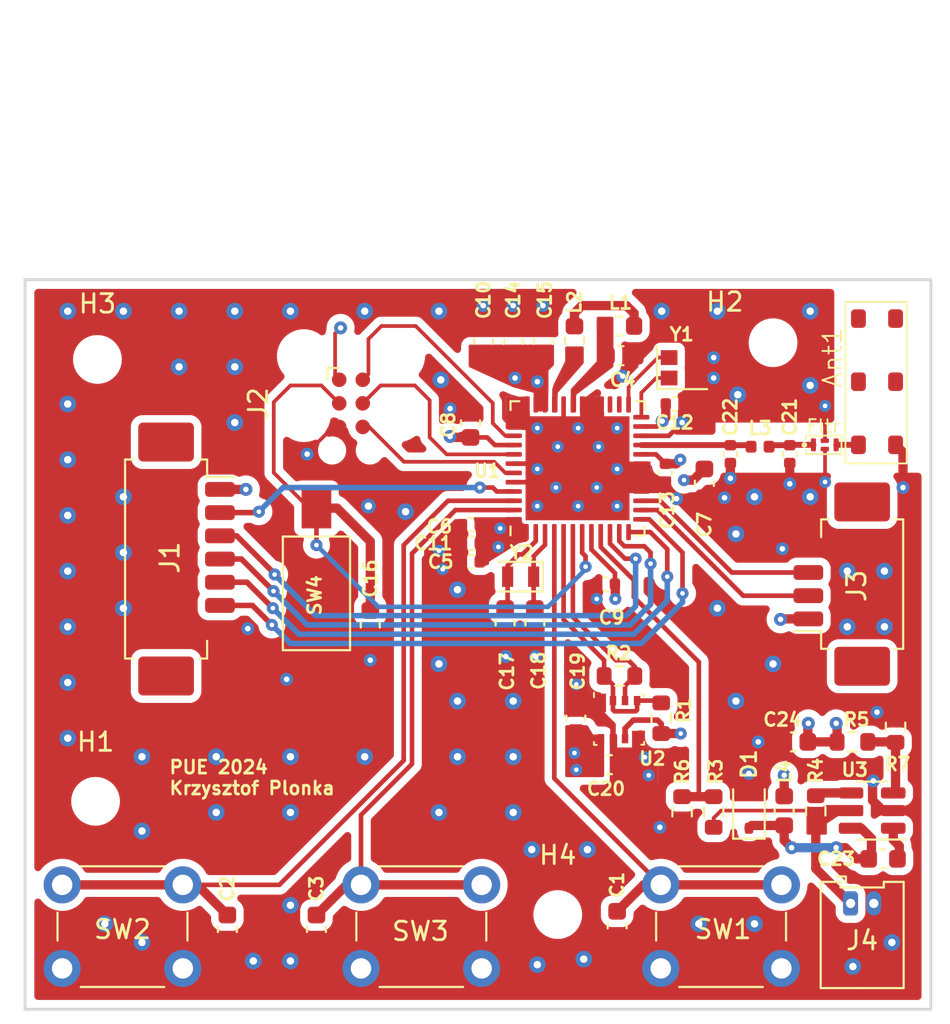
<source format=kicad_pcb>
(kicad_pcb (version 20221018) (generator pcbnew)
  (layers (0 "F.Cu" signal) (1 "In1.Cu" signal) (2 "In2.Cu" signal) (31 "B.Cu" signal) (34 "B.Paste" user) (35 "F.Paste" user) (36 "B.SilkS" user "B.Silkscreen") (37 "F.SilkS" user "F.Silkscreen") (38 "B.Mask" user) (39 "F.Mask" user) (44 "Edge.Cuts" user))
  (net 0 "")
  (net 1 "Net-(Ant1-Feed)")
  (net 2 "GND")
  (net 3 "/SW1")
  (net 4 "/SW2")
  (net 5 "/SW3")
  (net 6 "/VFBSMPS")
  (net 7 "+3V3")
  (net 8 "/SWD_RESET")
  (net 9 "Net-(U1-PC14)")
  (net 10 "Net-(U1-PC15)")
  (net 11 "Net-(Filter1-IN)")
  (net 12 "/RF1")
  (net 13 "Net-(U3-BST)")
  (net 14 "Net-(D1-K)")
  (net 15 "/OLED_DIN")
  (net 16 "/OLED_CLK")
  (net 17 "/OLED_CS")
  (net 18 "/OLED_D{slash}C")
  (net 19 "/OLED_RST")
  (net 20 "/SWDIO")
  (net 21 "/SWCLK")
  (net 22 "/SWO")
  (net 23 "/LAS_INA")
  (net 24 "/LAS_INB")
  (net 25 "/V_bat+")
  (net 26 "Net-(L1-Pad2)")
  (net 27 "/VLXSMPS")
  (net 28 "/BME_SCL")
  (net 29 "/BME_SDA")
  (net 30 "/bat_lvl")
  (net 31 "Net-(U3-EN)")
  (net 32 "Net-(U3-FB)")
  (net 33 "Net-(U1-OSC_OUT)")
  (net 34 "Net-(U1-OSC_IN)")
  (footprint "Capacitor_SMD:C_0603_1608Metric" (layer "F.Cu") (at 140.7 91.025 90)
    (fp_text reference "C8")
    (fp_text value "100n")
  )
  (footprint "Capacitor_SMD:C_0603_1608Metric" (layer "F.Cu") (at 148.8 87.4)
    (fp_text reference "C4")
    (fp_text value "4.7u")
  )
  (footprint "Resistor_SMD:R_0603_1608Metric" (layer "F.Cu") (at 163.6 107.4 90)
    (fp_text reference "R7")
    (fp_text value "3.16k")
  )
  (footprint "Inductor_SMD:L_0603_1608Metric" (layer "F.Cu") (at 148.725 85.8)
    (fp_text reference "L1")
    (fp_text value "10u")
  )
  (footprint "Capacitor_SMD:C_0603_1608Metric" (layer "F.Cu") (at 144.615 86.625 90)
    (fp_text reference "C15")
    (fp_text value "4.7u")
  )
  (footprint "Capacitor_SMD:C_0402_1005Metric" (layer "F.Cu") (at 151.2 93.7 -90)
    (fp_text reference "C13")
    (fp_text value "100n")
  )
  (footprint "Capacitor_SMD:C_0603_1608Metric" (layer "F.Cu") (at 158.1 108.2 180)
    (fp_text reference "C24")
    (fp_text value "10u")
  )
  (footprint "Capacitor_SMD:C_0402_1005Metric" (layer "F.Cu") (at 140.715 98.5 180)
    (fp_text reference "C5")
    (fp_text value "4.7u")
  )
  (footprint "Capacitor_SMD:C_0402_1005Metric" (layer "F.Cu") (at 140.72 96.5 180)
    (fp_text reference "C6")
    (fp_text value "100n")
  )
  (footprint "Resistor_SMD:R_0603_1608Metric" (layer "F.Cu") (at 150.975 106.925 -90)
    (fp_text reference "R1")
    (fp_text value "4k7")
  )
  (footprint "Capacitor_SMD:C_0603_1608Metric" (layer "F.Cu") (at 142.565 101.7875 90)
    (fp_text reference "C17")
    (fp_text value "10p")
  )
  (footprint "Resistor_SMD:R_0603_1608Metric" (layer "F.Cu") (at 152.1 111.975 -90)
    (fp_text reference "R6")
    (fp_text value "2.8Meg")
  )
  (footprint "my_footprints:M830520" (layer "F.Cu") (at 162.6 88.8 90)
    (fp_text reference "Ant1")
    (fp_text value "M830520")
  )
  (footprint "Crystal:Crystal_SMD_2016-4Pin_2.0x1.6mm" (layer "F.Cu") (at 152.1 88.05)
    (fp_text reference "Y1")
    (fp_text value "32MHz")
  )
  (footprint "Resistor_SMD:R_0603_1608Metric" (layer "F.Cu") (at 148.725 104.65)
    (fp_text reference "R2")
    (fp_text value "4k7")
  )
  (footprint "Capacitor_SMD:C_0402_1005Metric" (layer "F.Cu") (at 151.7 90)
    (fp_text reference "C12")
    (fp_text value "100pF")
  )
  (footprint "Resistor_SMD:R_0603_1608Metric" (layer "F.Cu") (at 153.8 111.975 90)
    (fp_text reference "R3")
    (fp_text value "1Meg")
  )
  (footprint "Connector:Tag-Connect_TC2030-IDC-FP_2x03_P1.27mm_Vertical" (layer "F.Cu") (at 134.26 89.965 -90)
    (fp_text reference "J2")
    (fp_text value "Conn_ARM_SWD_TagConnect_TC2030")
  )
  (footprint "Resistor_SMD:R_0603_1608Metric" (layer "F.Cu") (at 161.275 108.2)
    (fp_text reference "R5")
    (fp_text value "10k")
  )
  (footprint "Button_Switch_SMD:SW_SPST_FSMSM" (layer "F.Cu") (at 132.4 100.2 90)
    (fp_text reference "SW4")
    (fp_text value "SW_Push")
  )
  (footprint "Button_Switch_THT:SW_PUSH_6mm" (layer "F.Cu") (at 157.45 120.4 180)
    (fp_text reference "SW1")
    (fp_text value "SW_Push")
  )
  (footprint "Capacitor_SMD:C_0603_1608Metric" (layer "F.Cu") (at 148.175 109.425)
    (fp_text reference "C20")
    (fp_text value "100n")
  )
  (footprint "Connector_Molex:Molex_PicoBlade_53261-0471_1x04-1MP_P1.25mm_Horizontal" (layer "F.Cu") (at 161.3 99.7 90)
    (fp_text reference "J3")
    (fp_text value "Conn_01x04")
  )
  (footprint "MountingHole:MountingHole_2.1mm" (layer "F.Cu") (at 145.4 117.5)
    (fp_text reference "H4")
    (fp_text value "MountingHole")
  )
  (footprint "Capacitor_SMD:C_0603_1608Metric" (layer "F.Cu") (at 143 86.625 90)
    (fp_text reference "C14")
    (fp_text value "100n")
  )
  (footprint "Package_TO_SOT_SMD:SOT-23-6" (layer "F.Cu") (at 162.3375 111.9 180)
    (fp_text reference "U3")
    (fp_text value "AOZ1280CI")
  )
  (footprint "Capacitor_SMD:C_0603_1608Metric" (layer "F.Cu") (at 146.375 106.925 90)
    (fp_text reference "C19")
    (fp_text value "100n")
  )
  (footprint "Inductor_SMD:L_0402_1005Metric" (layer "F.Cu") (at 156.3 92.3 180)
    (fp_text reference "L3")
    (fp_text value "2.7nH")
  )
  (footprint "Capacitor_SMD:C_0603_1608Metric" (layer "F.Cu") (at 153.3 94.275 -90)
    (fp_text reference "C7")
    (fp_text value "100n")
  )
  (footprint "Capacitor_SMD:C_0603_1608Metric" (layer "F.Cu") (at 148.6 118.1 90)
    (fp_text reference "C1")
    (fp_text value "0.1uF")
  )
  (footprint "Capacitor_SMD:C_0603_1608Metric" (layer "F.Cu") (at 127.6 118.3 90)
    (fp_text reference "C2")
    (fp_text value "0.1uF")
  )
  (footprint "Button_Switch_THT:SW_PUSH_6mm" (layer "F.Cu") (at 141.3 120.4 180)
    (fp_text reference "SW3")
    (fp_text value "SW_Push")
  )
  (footprint "Inductor_SMD:L_0603_1608Metric" (layer "F.Cu") (at 157.6 111.9125 90)
    (fp_text reference "L4")
    (fp_text value "2.2u")
  )
  (footprint "MountingHole:MountingHole_2.1mm" (layer "F.Cu") (at 157 86.7)
    (fp_text reference "H2")
    (fp_text value "MountingHole")
  )
  (footprint "Connector_Molex:Molex_PicoBlade_53048-0210_1x02_P1.25mm_Horizontal" (layer "F.Cu") (at 161.175 116.9)
    (fp_text reference "J4")
    (fp_text value "Conn_01x02")
  )
  (footprint "my_footprints:DLF162500LT-5028A1" (layer "F.Cu") (at 159.7875 92.2)
    (fp_text reference "Fltr")
    (fp_text value "DLF162500LT-5028A1" hide)
  )
  (footprint "MountingHole:MountingHole_2.1mm" (layer "F.Cu") (at 120.5 111.4)
    (fp_text reference "H1")
    (fp_text value "MountingHole")
  )
  (footprint "Crystal:Crystal_SMD_2012-2Pin_2.0x1.2mm" (layer "F.Cu") (at 143.4 99.3 180)
    (fp_text reference "Y2")
    (fp_text value "32768Hz")
  )
  (footprint "MountingHole:MountingHole_2.1mm" (layer "F.Cu") (at 120.6 87.6)
    (fp_text reference "H3")
    (fp_text value "MountingHole")
  )
  (footprint "Button_Switch_THT:SW_PUSH_6mm" (layer "F.Cu") (at 125.2 120.4 180)
    (fp_text reference "SW2")
    (fp_text value "SW_Push")
  )
  (footprint "Resistor_SMD:R_0603_1608Metric" (layer "F.Cu") (at 159.3 111.925 -90)
    (fp_text reference "R4")
    (fp_text value "10k")
  )
  (footprint "Capacitor_SMD:C_0402_1005Metric" (layer "F.Cu") (at 148 99.7 180)
    (fp_text reference "C9")
    (fp_text value "100n")
  )
  (footprint "Package_DFN_QFN:QFN-48-1EP_7x7mm_P0.5mm_EP5.6x5.6mm" (layer "F.Cu") (at 146.465 93.4625 90)
    (fp_text reference "U1")
    (fp_text value "STM32WB35CCUxA" hide)
  )
  (footprint "Capacitor_SMD:C_0402_1005Metric" (layer "F.Cu") (at 140.72 97.5 180)
    (fp_text reference "C11")
    (fp_text value "100n")
  )
  (footprint "Capacitor_SMD:C_0603_1608Metric" (layer "F.Cu") (at 144.165 101.7875 90)
    (fp_text reference "C18")
    (fp_text value "10p")
  )
  (footprint "Diode_SMD:D_SOD-323" (layer "F.Cu") (at 155.7 111.8 90)
    (fp_text reference "D1")
    (fp_text value "D_Schottky")
  )
  (footprint "Capacitor_SMD:C_0603_1608Metric" (layer "F.Cu") (at 162.925 114.5 180)
    (fp_text reference "C23")
    (fp_text value "10n")
  )
  (footprint "Capacitor_SMD:C_0603_1608Metric" (layer "F.Cu") (at 135.3 101.9 90)
    (fp_text reference "C16")
    (fp_text value "0.1uF")
  )
  (footprint "Connector_Molex:Molex_PicoBlade_53261-0771_1x07-1MP_P1.25mm_Horizontal" (layer "F.Cu") (at 124.8 98.35 -90)
    (fp_text reference "J1")
    (fp_text value "Conn_01x07")
  )
  (footprint "Inductor_SMD:L_0603_1608Metric" (layer "F.Cu") (at 146.3 86.6 -90)
    (fp_text reference "L2")
    (fp_text value "10n")
  )
  (footprint "Capacitor_SMD:C_0603_1608Metric" (layer "F.Cu") (at 141.4 86.625 90)
    (fp_text reference "C10")
    (fp_text value "100n")
  )
  (footprint "Package_LGA:Bosch_LGA-8_2.5x2.5mm_P0.65mm_ClockwisePinNumbering" (layer "F.Cu") (at 148.7 107)
    (fp_text reference "U2")
    (fp_text value "BME280")
  )
  (footprint "Capacitor_SMD:C_0402_1005Metric" (layer "F.Cu") (at 154.7 92.7 -90)
    (fp_text reference "C22")
    (fp_text value "0.8pF")
  )
  (footprint "Capacitor_SMD:C_0402_1005Metric" (layer "F.Cu") (at 157.9 92.7 -90)
    (fp_text reference "C21")
    (fp_text value "0.3pF")
  )
  (footprint "Capacitor_SMD:C_0603_1608Metric" (layer "F.Cu") (at 132.4 118.3 90)
    (fp_text reference "C3")
    (fp_text value "0.1uF")
  )
  (gr_rect (start 116.7 83.3) (end 165.5 122.6) (stroke (width 0.15)) (fill none) (layer "Edge.Cuts"))
  (gr_text "PUE 2024\nKrzysztof Plonka" (at 124.4 111.1) (layer "F.SilkS") (effects (font (size 0.7 0.7) (thickness 0.15) bold) (justify left bottom)))
  (segment (start 160.4 92.2) (end 161.6 92.2) (width 0.316) (layer "F.Cu") (net 1))
  (segment (start 152.1 91) (end 151.3875 91.7125) (width 0.25) (layer "F.Cu") (net 2))
  (segment (start 150.125 120.4) (end 148.6 118.875) (width 0.5) (layer "F.Cu") (net 2))
  (segment (start 163.6 92.2) (end 164 92.6) (width 0.5) (layer "F.Cu") (net 2))
  (segment (start 159.8 91.125) (end 159.8 91.125) (width 0.2) (layer "F.Cu") (net 2))
  (segment (start 133.725 120.4) (end 132.4 119.075) (width 0.5) (layer "F.Cu") (net 2))
  (segment (start 144.6 84.7) (end 144.6 85.4) (width 0.5) (layer "F.Cu") (net 2))
  (segment (start 142.565 103.565) (end 142.6 103.6) (width 0.5) (layer "F.Cu") (net 2))
  (segment (start 147.52 100.48) (end 147.5 100.5) (width 0.5) (layer "F.Cu") (net 2))
  (segment (start 148.9 88.5) (end 149.5 87.9) (width 0.5) (layer "F.Cu") (net 2))
  (segment (start 146.215 93.2125) (end 146.465 93.4625) (width 0.25) (layer "F.Cu") (net 2))
  (segment (start 145.715 90.025) (end 145.715 92.7125) (width 0.25) (layer "F.Cu") (net 2))
  (segment (start 157.525 97.825) (end 158.9 97.825) (width 0.5) (layer "F.Cu") (net 2))
  (segment (start 159.7875 90.1125) (end 159.7875 91.1125) (width 0.2) (layer "F.Cu") (net 2))
  (segment (start 131.9 92.639423) (end 133.304423 91.235) (width 0.2) (layer "F.Cu") (net 2))
  (segment (start 133.304423 91.235) (end 133.625 91.235) (width 0.2) (layer "F.Cu") (net 2))
  (segment (start 144.6 85.4) (end 144.615 85.415) (width 0.5) (layer "F.Cu") (net 2))
  (segment (start 147.725 106.625) (end 148.375 107.275) (width 0.3) (layer "F.Cu") (net 2))
  (segment (start 135.3 102.675) (end 135.3 103.8) (width 0.5) (layer "F.Cu") (net 2))
  (segment (start 143 85.4) (end 143.015 85.415) (width 0.5) (layer "F.Cu") (net 2))
  (segment (start 125.2 120.4) (end 126.275 120.4) (width 0.5) (layer "F.Cu") (net 2))
  (segment (start 159.8 94.2) (end 159.8 92.44) (width 0.2) (layer "F.Cu") (net 2))
  (segment (start 152.18 90.92) (end 152.1 91) (width 0.5) (layer "F.Cu") (net 2))
  (segment (start 144.165 102.5625) (end 144.165 103.565) (width 0.5) (layer "F.Cu") (net 2))
  (segment (start 145.715 92.7125) (end 146.465 93.4625) (width 0.25) (layer "F.Cu") (net 2))
  (segment (start 139.6 90.25) (end 140.7 90.25) (width 0.5) (layer "F.Cu") (net 2))
  (segment (start 164 92.6) (end 164 94.5) (width 0.5) (layer "F.Cu") (net 2))
  (segment (start 143 84.7) (end 143 85.4) (width 0.5) (layer "F.Cu") (net 2))
  (segment (start 130.795 104.825) (end 130.86 104.79) (width 0.5) (layer "F.Cu") (net 2))
  (segment (start 156.2 108.2) (end 156.3 108.2) (width 0.5) (layer "F.Cu") (net 2))
  (segment (start 152.18 90) (end 152.18 90.92) (width 0.5) (layer "F.Cu") (net 2))
  (segment (start 162.909816 111.9) (end 163.475 111.9) (width 0.5) (layer "F.Cu") (net 2))
  (segment (start 142.565 102.5625) (end 142.565 103.565) (width 0.5) (layer "F.Cu") (net 2))
  (segment (start 162.6 106.6) (end 162.625 106.575) (width 0.5) (layer "F.Cu") (net 2))
  (segment (start 162.3625 110.3375) (end 162.3625 111.352684) (width 0.5) (layer "F.Cu") (net 2))
  (segment (start 159.8 92.44) (end 159.7875 92.4275) (width 0.2) (layer "F.Cu") (net 2))
  (segment (start 132.335 104.725) (end 132.4 104.79) (width 0.5) (layer "F.Cu") (net 2))
  (segment (start 130.93 104.79) (end 130.795 104.825) (width 0.5) (layer "F.Cu") (net 2))
  (segment (start 144.165 103.565) (end 144.2 103.6) (width 0.5) (layer "F.Cu") (net 2))
  (segment (start 145.715 94.2125) (end 146.465 93.4625) (width 0.25) (layer "F.Cu") (net 2))
  (segment (start 143.0275 93.2125) (end 146.215 93.2125) (width 0.25) (layer "F.Cu") (net 2))
  (segment (start 147.725 105.975) (end 147.725 106.625) (width 0.3) (layer "F.Cu") (net 2))
  (segment (start 153.8 87.5) (end 152.8 87.5) (width 0.5) (layer "F.Cu") (net 2))
  (segment (start 130.86 104.79) (end 132.4 104.79) (width 0.5) (layer "F.Cu") (net 2))
  (segment (start 127.2 102.1) (end 128.7 102.1) (width 0.5) (layer "F.Cu") (net 2))
  (segment (start 157.325 108.2) (end 156.2 108.2) (width 0.5) (layer "F.Cu") (net 2))
  (segment (start 141.385 84.7) (end 141.4 84.715) (width 0.5) (layer "F.Cu") (net 2))
  (segment (start 153.8 88.6) (end 152.85 88.6) (width 0.5) (layer "F.Cu") (net 2))
  (segment (start 162.3625 111.352684) (end 162.909816 111.9) (width 0.5) (layer "F.Cu") (net 2))
  (segment (start 150.9 112.8) (end 152.1 112.8) (width 0.5) (layer "F.Cu") (net 2))
  (segment (start 155.7 110.75) (end 155.7 109.9) (width 0.5) (layer "F.Cu") (net 2))
  (segment (start 134.8 120.4) (end 133.725 120.4) (width 0.5) (layer "F.Cu") (net 2))
  (segment (start 150.95 120.4) (end 150.125 120.4) (width 0.5) (layer "F.Cu") (net 2))
  (segment (start 162.625 106.575) (end 163.6 106.575) (width 0.5) (layer "F.Cu") (net 2))
  (segment (start 131.9 92.7) (end 131.9 92.639423) (width 0.2) (layer "F.Cu") (net 2))
  (segment (start 159.8 90.1) (end 159.7875 90.1125) (width 0.2) (layer "F.Cu") (net 2))
  (segment (start 151.2 94.18) (end 151.2 94.5) (width 0.5) (layer "F.Cu") (net 2))
  (segment (start 126.275 120.4) (end 127.6 119.075) (width 0.5) (layer "F.Cu") (net 2))
  (segment (start 159.8 91.96) (end 159.7875 91.9725) (width 0.2) (layer "F.Cu") (net 2))
  (segment (start 148.375 107.275) (end 148.375 108.025) (width 0.3) (layer "F.Cu") (net 2))
  (segment (start 149.5 87.9) (end 149.5 87.5) (width 0.5) (layer "F.Cu") (net 2))
  (segment (start 157.9 94.3) (end 157.9 93.18) (width 0.5) (layer "F.Cu") (net 2))
  (segment (start 162.4 110.3) (end 162.3625 110.3375) (width 0.5) (layer "F.Cu") (net 2))
  (segment (start 153.3 95.05) (end 154.385 95.05) (width 0.5) (layer "F.Cu") (net 2))
  (segment (start 159.8 90.1) (end 159.8 91.96) (width 0.2) (layer "F.Cu") (net 2))
  (segment (start 130.895 104.79) (end 130.93 104.79) (width 0.5) (layer "F.Cu") (net 2))
  (segment (start 141.4 84.715) (end 141.4 85.85) (width 0.5) (layer "F.Cu") (net 2))
  (segment (start 154.7 93.18) (end 154.7 94) (width 0.5) (layer "F.Cu") (net 2))
  (segment (start 143.0275 94.2125) (end 145.715 94.2125) (width 0.25) (layer "F.Cu") (net 2))
  (segment (start 151.3875 91.7125) (end 149.9025 91.7125) (width 0.25) (layer "F.Cu") (net 2))
  (segment (start 147.52 99.7) (end 147.52 100.48) (width 0.5) (layer "F.Cu") (net 2))
  (segment (start 148.215 91.7125) (end 146.465 93.4625) (width 0.25) (layer "F.Cu") (net 2))
  (segment (start 157.5 97.8) (end 157.525 97.825) (width 0.5) (layer "F.Cu") (net 2))
  (segment (start 151.2 94.5) (end 151.8 95.1) (width 0.5) (layer "F.Cu") (net 2))
  (via (at 144.2 103.6) (size 0.7) (drill 0.3) (layers "F.Cu" "B.Cu") (net 2))
  (via (at 119 93) (size 0.9) (drill 0.4) (layers "F.Cu" "B.Cu") (net 2))
  (via (at 135.3 103.8) (size 0.7) (drill 0.3) (layers "F.Cu" "B.Cu") (net 2))
  (via (at 144.6 84.7) (size 0.7) (drill 0.3) (layers "F.Cu" "B.Cu") (net 2))
  (via (at 159.8 90.1) (size 0.65) (drill 0.25) (layers "F.Cu" "B.Cu") (net 2))
  (via (at 146.5 95.5) (size 0.65) (drill 0.25) (layers "F.Cu" "B.Cu") (net 2))
  (via (at 153.8 87.5) (size 0.7) (drill 0.3) (layers "F.Cu" "B.Cu") (net 2))
  (via (at 128 91) (size 0.9) (drill 0.4) (layers "F.Cu" "B.Cu") (net 2))
  (via (at 143 106) (size 0.9) (drill 0.4) (layers "F.Cu" "B.Cu") (net 2))
  (via (at 125 88) (size 0.9) (drill 0.4) (layers "F.Cu" "B.Cu") (net 2))
  (via (at 151 85) (size 0.9) (drill 0.4) (layers "F.Cu" "B.Cu") (net 2))
  (via (at 148.6 91.3) (size 0.65) (drill 0.25) (layers "F.Cu" "B.Cu") (net 2))
  (via (at 159 95) (size 0.9) (drill 0.4) (layers "F.Cu" "B.Cu") (net 2))
  (via (at 139.1 88.7) (size 0.9) (drill 0.4) (layers "F.Cu" "B.Cu") (net 2))
  (via (at 151.8 95.1) (size 0.7) (drill 0.3) (layers "F.Cu" "B.Cu") (net 2))
  (via (at 143 112) (size 0.9) (drill 0.4) (layers "F.Cu" "B.Cu") (net 2))
  (via (at 147.5 100.5) (size 0.65) (drill 0.25) (layers "F.Cu" "B.Cu") (net 2))
  (via (at 140 100) (size 0.9) (drill 0.4) (layers "F.Cu" "B.Cu") (net 2))
  (via (at 122 101) (size 0.9) (drill 0.4) (layers "F.Cu" "B.Cu") (net 2))
  (via (at 161 99) (size 0.9) (drill 0.4) (layers "F.Cu" "B.Cu") (net 2))
  (via (at 145.4 92.3) (size 0.65) (drill 0.25) (layers "F.Cu" "B.Cu") (net 2))
  (via (at 131 112) (size 0.9) (drill 0.4) (layers "F.Cu" "B.Cu") (net 2))
  (via (at 143 84.7) (size 0.7) (drill 0.3) (layers "F.Cu" "B.Cu") (net 2))
  (via (at 131 109) (size 0.9) (drill 0.4) (layers "F.Cu" "B.Cu") (net 2))
  (via (at 155 97) (size 0.9) (drill 0.4) (layers "F.Cu" "B.Cu") (net 2))
  (via (at 162.6 106.6) (size 0.7) (drill 0.3) (layers "F.Cu" "B.Cu") (net 2))
  (via (at 119 85) (size 0.9) (drill 0.4) (layers "F.Cu" "B.Cu") (net 2))
  (via (at 128 85) (size 0.9) (drill 0.4) (layers "F.Cu" "B.Cu") (net 2))
  (via (at 146.8 119.9) (size 0.9) (drill 0.4) (layers "F.Cu" "B.Cu") (net 2))
  (via (at 143 109) (size 0.9) (drill 0.4) (layers "F.Cu" "B.Cu") (net 2))
  (via (at 130.795 104.825) (size 0.7) (drill 0.3) (layers "F.Cu" "B.Cu") (net 2))
  (via (at 159 85) (size 0.9) (drill 0.4) (layers "F.Cu" "B.Cu") (net 2))
  (via (at 155.1 89.5) (size 0.9) (drill 0.4) (layers "F.Cu" "B.Cu") (net 2))
  (via (at 152.1 91) (size 0.7) (drill 0.3) (layers "F.Cu" "B.Cu") (net 2))
  (via (at 123 119) (size 0.9) (drill 0.4) (layers "F.Cu" "B.Cu") (net 2))
  (via (at 144 114) (size 0.9) (drill 0.4) (layers "F.Cu" "B.Cu") (net 2))
  (via (at 144.3 91.3) (size 0.65) (drill 0.25) (layers "F.Cu" "B.Cu") (net 2))
  (via (at 155 106) (size 0.9) (drill 0.4) (layers "F.Cu" "B.Cu") (net 2))
  (via (at 156.2 108.2) (size 0.7) (drill 0.3) (layers "F.Cu" "B.Cu") (net 2))
  (via (at 147.6 92.3) (size 0.65) (drill 0.25) (layers "F.Cu" "B.Cu") (net 2))
  (via (at 139 112) (size 0.9) (drill 0.4) (layers "F.Cu" "B.Cu") (net 2))
  (via (at 145.3 94.5) (size 0.65) (drill 0.25) (layers "F.Cu" "B.Cu") (net 2))
  (via (at 119 102) (size 0.9) (drill 0.4) (layers "F.Cu" "B.Cu") (net 2))
  (via (at 154 101) (size 0.9) (drill 0.4) (layers "F.Cu" "B.Cu") (net 2))
  (via (at 139 97.9) (size 0.65) (drill 0.25) (layers "F.Cu" "B.Cu") (net 2))
  (via (at 135 85) (size 0.9) (drill 0.4) (layers "F.Cu" "B.Cu") (net 2))
  (via (at 119 96) (size 0.9) (drill 0.4) (layers "F.Cu" "B.Cu") (net 2))
  (via (at 137.2 95.8) (size 0.9) (drill 0.4) (layers "F.Cu" "B.Cu") (net 2))
  (via (at 150.1 109.025) (size 0.65) (drill 0.25) (layers "F.Cu" "B.Cu") (net 2))
  (via (at 125 85) (size 0.9) (drill 0.4) (layers "F.Cu" "B.Cu") (net 2))
  (via (at 119 90) (size 0.9) (drill 0.4) (layers "F.Cu" "B.Cu") (net 2))
  (via (at 153.8 88.6) (size 0.7) (drill 0.3) (layers "F.Cu" "B.Cu") (net 2))
  (via (at 139.2 98.9) (size 0.65) (drill 0.25) (layers "F.Cu" "B.Cu") (net 2))
  (via (at 122 95) (size 0.9) (drill 0.4) (layers "F.Cu" "B.Cu") (net 2))
  (via (at 148.6 95.5) (size 0.65) (drill 0.25) (layers "F.Cu" "B.Cu") (net 2))
  (via (at 131 117) (size 0.9) (drill 0.4) (layers "F.Cu" "B.Cu") (net 2))
  (via (at 135.2 95.5) (size 0.8) (drill 0.4) (layers "F.Cu" "B.Cu") (net 2))
  (via (at 157.5 97.8) (size 0.7) (drill 0.3) (layers "F.Cu" "B.Cu") (net 2))
  (via (at 163 99) (size 0.9) (drill 0.4) (layers "F.Cu" "B.Cu") (net 2))
  (via (at 123 113) (size 0.9) (drill 0.4) (layers "F.Cu" "B.Cu") (net 2))
  (via (at 146.5 91.3) (size 0.65) (drill 0.25) (layers "F.Cu" "B.Cu") (net 2))
  (via (at 155.7 109.9) (size 0.7) (drill 0.3) (layers "F.Cu" "B.Cu") (net 2))
  (via (at 150.3 110) (size 0.65) (drill 0.25) (layers "F.Cu" "B.Cu") (net 2))
  (via (at 139 85) (size 0.9) (drill 0.4) (layers "F.Cu" "B.Cu") (net 2))
  (via (at 144.3 95.5) (size 0.65) (drill 0.25) (layers "F.Cu" "B.Cu") (net 2))
  (via (at 159 89) (size 0.9) (drill 0.4) (layers "F.Cu" "B.Cu") (net 2))
  (via (at 163 102) (size 0.9) (drill 0.4) (layers "F.Cu" "B.Cu") (net 2))
  (via (at 140 106) (size 0.9) (drill 0.4) (layers "F.Cu" "B.Cu") (net 2))
  (via (at 156 118) (size 0.9) (drill 0.4) (layers "F.Cu" "B.Cu") (net 2))
  (via (at 161.3 120.3) (size 0.9) (drill 0.4) (layers "F.Cu" "B.Cu") (net 2))
  (via (at 122 98) (size 0.9) (drill 0.4) (layers "F.Cu" "B.Cu") (net 2))
  (via (at 131 120) (size 0.9) (drill 0.4) (layers "F.Cu" "B.Cu") (net 2))
  (via (at 139 104) (size 0.9) (drill 0.4) (layers "F.Cu" "B.Cu") (net 2))
  (via (at 163.4 119) (size 0.9) (drill 0.4) (layers "F.Cu" "B.Cu") (net 2))
  (via (at 147.5 94.5) (size 0.65) (drill 0.25) (layers "F.Cu" "B.Cu") (net 2))
  (via (at 153 118) (size 0.9) (drill 0.4) (layers "F.Cu" "B.Cu") (net 2))
  (via (at 144.3 120.2) (size 0.9) (drill 0.4) (layers "F.Cu" "B.Cu") (net 2))
  (via (at 159.8 94.2) (size 0.65) (drill 0.25) (layers "F.Cu" "B.Cu") (net 2))
  (via (at 156 95) (size 0.9) (drill 0.4) (layers "F.Cu" "B.Cu") (net 2))
  (via (at 128 88) (size 0.9) (drill 0.4) (layers "F.Cu" "B.Cu") (net 2))
  (via (at 127 109) (size 0.9) (drill 0.4) (layers "F.Cu" "B.Cu") (net 2))
  (via (at 162.4 110.3) (size 0.7) (drill 0.3) (layers "F.Cu" "B.Cu") (net 2))
  (via (at 146.4 105.1) (size 0.65) (drill 0.25) (layers "F.Cu" "B.Cu") (net 2))
  (via (at 142.6 103.6) (size 0.7) (drill 0.3) (layers "F.Cu" "B.Cu") (net 2))
  (via (at 131.9 92.7) (size 0.7) (drill 0.3) (layers "F.Cu" "B.Cu") (net 2))
  (via (at 154 85) (size 0.9) (drill 0.4) (layers "F.Cu" "B.Cu") (net 2))
  (via (at 144.3 93.5) (size 0.65) (drill 0.25) (layers "F.Cu" "B.Cu") (net 2))
  (via (at 164 94.5) (size 0.7) (drill 0.3) (layers "F.Cu" "B.Cu") (net 2))
  (via (at 154.7 94) (size 0.7) (drill 0.3) (layers "F.Cu" "B.Cu") (net 2))
  (via (at 121 118) (size 0.9) (drill 0.4) (layers "F.Cu" "B.Cu") (net 2))
  (via (at 148.6 93.5) (size 0.65) (drill 0.25) (layers "F.Cu" "B.Cu") (net 2))
  (via (at 157 104) (size 0.9) (drill 0.4) (layers "F.Cu" "B.Cu") (net 2))
  (via (at 129 120) (size 0.9) (drill 0.4) (layers "F.Cu" "B.Cu") (net 2))
  (via (at 119 99) (size 0.9) (drill 0.4) (layers "F.Cu" "B.Cu") (net 2))
  (via (at 119 105) (size 0.9) (drill 0.4) (layers "F.Cu" "B.Cu") (net 2))
  (via (at 157.9 94.3) (size 0.7) (drill 0.3) (layers "F.Cu" "B.Cu") (net 2))
  (via (at 140 109) (size 0.9) (drill 0.4) (layers "F.Cu" "B.Cu") (net 2))
  (via (at 161 102) (size 0.9) (drill 0.4) (layers "F.Cu" "B.Cu") (net 2))
  (via (at 128.7 102.1) (size 0.7) (drill 0.3) (layers "F.Cu" "B.Cu") (net 2))
  (via (at 127 112) (size 0.9) (drill 0.4) (layers "F.Cu" "B.Cu") (net 2))
  (via (at 154.385 95.05) (size 0.7) (drill 0.3) (layers "F.Cu" "B.Cu") (net 2))
  (via (at 123 109) (size 0.9) (drill 0.4) (layers "F.Cu" "B.Cu") (net 2))
  (via (at 141.385 84.7) (size 0.7) (drill 0.3) (layers "F.Cu" "B.Cu") (net 2))
  (via (at 119 108) (size 0.9) (drill 0.4) (layers "F.Cu" "B.Cu") (net 2))
  (via (at 122 85) (size 0.9) (drill 0.4) (layers "F.Cu" "B.Cu") (net 2))
  (via (at 135 109) (size 0.9) (drill 0.4) (layers "F.Cu" "B.Cu") (net 2))
  (via (at 148.9 88.5) (size 0.7) (drill 0.3) (layers "F.Cu" "B.Cu") (net 2))
  (via (at 139.6 90.25) (size 0.7) (drill 0.3) (layers "F.Cu" "B.Cu") (net 2))
  (via (at 131 85) (size 0.9) (drill 0.4) (layers "F.Cu" "B.Cu") (net 2))
  (via (at 147 114) (size 0.9) (drill 0.4) (layers "F.Cu" "B.Cu") (net 2))
  (via (at 150.9 112.8) (size 0.7) (drill 0.3) (layers "F.Cu" "B.Cu") (net 2))
  (segment (start 145.215 96.9) (end 145.215 109.985) (width 0.25) (layer "F.Cu") (net 3))
  (segment (start 145.215 110.165) (end 150.95 115.9) (width 0.25) (layer "F.Cu") (net 3))
  (segment (start 150.025 115.9) (end 150.95 115.9) (width 0.5) (layer "F.Cu") (net 3))
  (segment (start 150.95 115.9) (end 157.45 115.9) (width 0.5) (layer "F.Cu") (net 3))
  (segment (start 145.215 109.985) (end 145.215 110.165) (width 0.25) (layer "F.Cu") (net 3))
  (segment (start 148.6 117.325) (end 150.025 115.9) (width 0.5) (layer "F.Cu") (net 3))
  (segment (start 137.1 97.6) (end 137.1 109.2) (width 0.25) (layer "F.Cu") (net 4))
  (segment (start 143.0275 95.2125) (end 139.4875 95.2125) (width 0.25) (layer "F.Cu") (net 4))
  (segment (start 118.7 115.9) (end 125.2 115.9) (width 0.5) (layer "F.Cu") (net 4))
  (segment (start 137.1 109.2) (end 130.4 115.9) (width 0.25) (layer "F.Cu") (net 4))
  (segment (start 130.4 115.9) (end 125.2 115.9) (width 0.25) (layer "F.Cu") (net 4))
  (segment (start 125.975 115.9) (end 125.2 115.9) (width 0.5) (layer "F.Cu") (net 4))
  (segment (start 127.6 117.525) (end 125.975 115.9) (width 0.5) (layer "F.Cu") (net 4))
  (segment (start 139.4875 95.2125) (end 137.1 97.6) (width 0.25) (layer "F.Cu") (net 4))
  (segment (start 137.55 98.05) (end 137.55 109.386396) (width 0.25) (layer "F.Cu") (net 5))
  (segment (start 137.55 109.386396) (end 134.8 112.136396) (width 0.25) (layer "F.Cu") (net 5))
  (segment (start 134.8 115.9) (end 141.3 115.9) (width 0.5) (layer "F.Cu") (net 5))
  (segment (start 132.4 117.525) (end 134.025 115.9) (width 0.5) (layer "F.Cu") (net 5))
  (segment (start 134.025 115.9) (end 134.8 115.9) (width 0.5) (layer "F.Cu") (net 5))
  (segment (start 134.8 112.136396) (end 134.8 115.9) (width 0.25) (layer "F.Cu") (net 5))
  (segment (start 143.0275 95.7125) (end 139.8875 95.7125) (width 0.25) (layer "F.Cu") (net 5))
  (segment (start 139.8875 95.7125) (end 137.55 98.05) (width 0.25) (layer "F.Cu") (net 5))
  (segment (start 147.9 87.5) (end 147.95 87.5) (width 0.316) (layer "F.Cu") (net 6))
  (segment (start 147.95 85.8125) (end 147.9375 85.8) (width 0.5) (layer "F.Cu") (net 6))
  (segment (start 149.475 107.025) (end 150.775 107.025) (width 0.3) (layer "F.Cu") (net 7))
  (segment (start 143.0275 92.2125) (end 142.0125 92.2125) (width 0.25) (layer "F.Cu") (net 7))
  (segment (start 149.025 108.025) (end 149.025 107.475) (width 0.3) (layer "F.Cu") (net 7))
  (segment (start 133.4047 88.4747) (end 133.625 88.695) (width 0.2) (layer "F.Cu") (net 7))
  (segment (start 150.775 107.025) (end 150.975 107.225) (width 0.3) (layer "F.Cu") (net 7))
  (segment (start 149.9025 92.7125) (end 150.6925 92.7125) (width 0.25) (layer "F.Cu") (net 7))
  (segment (start 149.025 107.475) (end 149.475 107.025) (width 0.3) (layer "F.Cu") (net 7))
  (segment (start 158.875 107.225) (end 158.9 107.2) (width 0.5) (layer "F.Cu") (net 7))
  (segment (start 139.65 91.8) (end 140.7 91.8) (width 0.5) (layer "F.Cu") (net 7))
  (segment (start 151.22 90) (end 151.22 90.731112) (width 0.5) (layer "F.Cu") (net 7))
  (segment (start 147.215 96.9) (end 147.215 97.839547) (width 0.25) (layer "F.Cu") (net 7))
  (segment (start 153.3 93.5) (end 152.7 94.1) (width 0.5) (layer "F.Cu") (net 7))
  (segment (start 142.0125 92.2125) (end 141.6 91.8) (width 0.25) (layer "F.Cu") (net 7))
  (segment (start 160.45 108.2) (end 160.45 107.25) (width 0.5) (layer "F.Cu") (net 7))
  (segment (start 141.6 91.8) (end 140.7 91.8) (width 0.25) (layer "F.Cu") (net 7))
  (segment (start 148.5 100.5) (end 148.5 99.72) (width 0.5) (layer "F.Cu") (net 7))
  (segment (start 151.025556 90.925556) (end 150.738612 91.2125) (width 0.25) (layer "F.Cu") (net 7))
  (segment (start 158.875 108.2) (end 158.875 107.225) (width 0.5) (layer "F.Cu") (net 7))
  (segment (start 147.215 97.839547) (end 148.48 99.104547) (width 0.25) (layer "F.Cu") (net 7))
  (segment (start 160.45 108.2) (end 158.875 108.2) (width 0.5) (layer "F.Cu") (net 7))
  (segment (start 148.48 99.104547) (end 148.48 99.7) (width 0.25) (layer "F.Cu") (net 7))
  (segment (start 152 93) (end 151.78 93.22) (width 0.5) (layer "F.Cu") (net 7))
  (segment (start 140.2 91.75) (end 140.25 91.8) (width 0.5) (layer "F.Cu") (net 7))
  (segment (start 160.45 107.25) (end 160.4 107.2) (width 0.5) (layer "F.Cu") (net 7))
  (segment (start 150.975 107.75) (end 152.025 107.75) (width 0.5) (layer "F.Cu") (net 7))
  (segment (start 127.2 94.6) (end 128.6 94.6) (width 0.5) (layer "F.Cu") (net 7))
  (segment (start 157.5 101.6) (end 157.4 101.6) (width 0.5) (layer "F.Cu") (net 7))
  (segment (start 157.6 111.125) (end 157.6 110) (width 0.5) (layer "F.Cu") (net 7))
  (segment (start 157.4 101.7) (end 157.525 101.575) (width 0.5) (layer "F.Cu") (net 7))
  (segment (start 133.4047 86.1953) (end 133.4047 88.4747) (width 0.2) (layer "F.Cu") (net 7))
  (segment (start 150.6925 92.7125) (end 151.2 93.22) (width 0.25) (layer "F.Cu") (net 7))
  (segment (start 150.975 107.225) (end 150.975 107.75) (width 0.3) (layer "F.Cu") (net 7))
  (segment (start 150.738612 91.2125) (end 149.9025 91.2125) (width 0.25) (layer "F.Cu") (net 7))
  (segment (start 157.5 101.6) (end 157.5 101.6) (width 0.5) (layer "F.Cu") (net 7))
  (segment (start 151.78 93.22) (end 151.2 93.22) (width 0.5) (layer "F.Cu") (net 7))
  (segment (start 157.525 101.575) (end 158.9 101.575) (width 0.5) (layer "F.Cu") (net 7))
  (segment (start 151.22 90.731112) (end 151.025556 90.925556) (width 0.5) (layer "F.Cu") (net 7))
  (segment (start 157.4 101.6) (end 157.4 101.7) (width 0.5) (layer "F.Cu") (net 7))
  (segment (start 148.5 99.72) (end 148.48 99.7) (width 0.5) (layer "F.Cu") (net 7))
  (segment (start 152.7 94.1) (end 152.2 94.1) (width 0.5) (layer "F.Cu") (net 7))
  (segment (start 133.7 85.9) (end 133.4047 86.1953) (width 0.2) (layer "F.Cu") (net 7))
  (via (at 158.9 107.2) (size 0.7) (drill 0.3) (layers "F.Cu" "B.Cu") (net 7))
  (via (at 146.3 108.8) (size 0.65) (drill 0.25) (layers "F.Cu" "B.Cu") (net 7))
  (via (at 144.3 88.8) (size 0.7) (drill 0.3) (layers "F.Cu" "B.Cu") (net 7))
  (via (at 143.1 88.6) (size 0.7) (drill 0.3) (layers "F.Cu" "B.Cu") (net 7))
  (via (at 160.4 107.2) (size 0.7) (drill 0.3) (layers "F.Cu" "B.Cu") (net 7))
  (via (at 148.5 100.5) (size 0.65) (drill 0.25) (layers "F.Cu" "B.Cu") (net 7))
  (via (at 157.4 101.6) (size 0.7) (drill 0.3) (layers "F.Cu" "B.Cu") (net 7))
  (via (at 157.6 110) (size 0.7) (drill 0.3) (layers "F.Cu" "B.Cu") (net 7))
  (via (at 152 93) (size 0.65) (drill 0.25) (layers "F.Cu" "B.Cu") (net 7))
  (via (at 152.2 94.1) (size 0.65) (drill 0.25) (layers "F.Cu" "B.Cu") (net 7))
  (via (at 146.4 109.7) (size 0.65) (drill 0.25) (layers "F.Cu" "B.Cu") (net 7))
  (via (at 139.6 91.75) (size 0.7) (drill 0.3) (layers "F.Cu" "B.Cu") (net 7))
  (via (at 152.025 107.75) (size 0.65) (drill 0.25) (layers "F.Cu" "B.Cu") (net 7))
  (via (at 142.3 96.7) (size 0.65) (drill 0.25) (layers "F.Cu" "B.Cu") (net 7))
  (via (at 128.6 94.6) (size 0.7) (drill 0.3) (layers "F.Cu" "B.Cu") (net 7))
  (via (at 142.2 97.7) (size 0.65) (drill 0.25) (layers "F.Cu" "B.Cu") (net 7))
  (via (at 151.025556 90.925556) (size 0.7) (drill 0.3) (layers "F.Cu" "B.Cu") (net 7))
  (via (at 133.7 85.9) (size 0.7) (drill 0.3) (layers "F.Cu" "B.Cu") (net 7))
  (segment (start 133.51 95.61) (end 132.4 95.61) (width 0.5) (layer "F.Cu") (net 8))
  (segment (start 133.625 89.965) (end 132.66 89) (width 0.2) (layer "F.Cu") (net 8))
  (segment (start 146.9 98.2) (end 146.715 98.015) (width 0.25) (layer "F.Cu") (net 8))
  (segment (start 135.3 97.4) (end 133.51 95.61) (width 0.5) (layer "F.Cu") (net 8))
  (segment (start 146.715 98.015) (end 146.715 96.9) (width 0.25) (layer "F.Cu") (net 8))
  (segment (start 130.1 93.7) (end 132.01 95.61) (width 0.2) (layer "F.Cu") (net 8))
  (segment (start 132.4 97.6) (end 132.4 95.61) (width 0.25) (layer "F.Cu") (net 8))
  (segment (start 132.01 95.61) (end 132.4 95.61) (width 0.2) (layer "F.Cu") (net 8))
  (segment (start 146.9 98.762859) (end 146.9 98.2) (width 0.25) (layer "F.Cu") (net 8))
  (segment (start 131 89) (end 130.1 89.9) (width 0.2) (layer "F.Cu") (net 8))
  (segment (start 135.3 101.125) (end 135.3 97.4) (width 0.5) (layer "F.Cu") (net 8))
  (segment (start 132.66 89) (end 131 89) (width 0.2) (layer "F.Cu") (net 8))
  (segment (start 130.1 89.9) (end 130.1 93.7) (width 0.2) (layer "F.Cu") (net 8))
  (via (at 132.4 97.6) (size 0.65) (drill 0.25) (layers "F.Cu" "B.Cu") (net 8))
  (via (at 146.9 98.762859) (size 0.65) (drill 0.25) (layers "F.Cu" "B.Cu") (net 8))
  (segment (start 146.9 98.9) (end 144.875 100.925) (width 0.25) (layer "B.Cu") (net 8))
  (segment (start 135.725 100.925) (end 132.4 97.6) (width 0.25) (layer "B.Cu") (net 8))
  (segment (start 144.875 100.925) (end 135.725 100.925) (width 0.25) (layer "B.Cu") (net 8))
  (segment (start 146.9 98.762859) (end 146.9 98.9) (width 0.25) (layer "B.Cu") (net 8))
  (segment (start 143.3 98.1) (end 142.7 98.7) (width 0.25) (layer "F.Cu") (net 9))
  (segment (start 144.215 97.38724) (end 143.50224 98.1) (width 0.25) (layer "F.Cu") (net 9))
  (segment (start 144.215 96.9) (end 144.215 97.38724) (width 0.25) (layer "F.Cu") (net 9))
  (segment (start 142.7 99.3) (end 142.7 100.8775) (width 0.25) (layer "F.Cu") (net 9))
  (segment (start 142.7 100.8775) (end 142.565 101.0125) (width 0.25) (layer "F.Cu") (net 9))
  (segment (start 143.50224 98.1) (end 143.3 98.1) (width 0.25) (layer "F.Cu") (net 9))
  (segment (start 142.7 98.7) (end 142.7 99.1) (width 0.25) (layer "F.Cu") (net 9))
  (segment (start 144.1 100.9475) (end 144.165 101.0125) (width 0.25) (layer "F.Cu") (net 10))
  (segment (start 144.715 97.585) (end 144.1 98.2) (width 0.25) (layer "F.Cu") (net 10))
  (segment (start 144.1 99.3) (end 144.1 100.9475) (width 0.25) (layer "F.Cu") (net 10))
  (segment (start 144.715 96.9) (end 144.715 97.585) (width 0.25) (layer "F.Cu") (net 10))
  (segment (start 144.1 98.2) (end 144.1 99.3) (width 0.25) (layer "F.Cu") (net 10))
  (segment (start 156.865 92.22) (end 156.785 92.3) (width 0.316) (layer "F.Cu") (net 11))
  (segment (start 157.92 92.2) (end 157.9 92.22) (width 0.316) (layer "F.Cu") (net 11))
  (segment (start 159.175 92.2) (end 157.92 92.2) (width 0.316) (layer "F.Cu") (net 11))
  (segment (start 157.9 92.22) (end 156.865 92.22) (width 0.316) (layer "F.Cu") (net 11))
  (segment (start 155.735 92.22) (end 155.815 92.3) (width 0.316) (layer "F.Cu") (net 12))
  (segment (start 154.6925 92.2125) (end 154.7 92.22) (width 0.316) (layer "F.Cu") (net 12))
  (segment (start 154.7 92.22) (end 155.735 92.22) (width 0.316) (layer "F.Cu") (net 12))
  (segment (start 149.9025 92.2125) (end 154.6925 92.2125) (width 0.316) (layer "F.Cu") (net 12))
  (segment (start 163.8 114.5) (end 163.8 113.8) (width 0.5) (layer "F.Cu") (net 13))
  (segment (start 163.8 113.8) (end 163.475 113.475) (width 0.5) (layer "F.Cu") (net 13))
  (segment (start 163.475 113.475) (end 163.475 112.85) (width 0.5) (layer "F.Cu") (net 13))
  (segment (start 155.7 112.85) (end 155.85 112.7) (width 0.5) (layer "F.Cu") (net 14))
  (segment (start 162.3 113.4) (end 162.3 114.45) (width 0.5) (layer "F.Cu") (net 14))
  (segment (start 161.5 114.5) (end 160.9 113.9) (width 0.5) (layer "F.Cu") (net 14))
  (segment (start 161.2 112.85) (end 161.75 112.85) (width 0.5) (layer "F.Cu") (net 14))
  (segment (start 162.3 114.45) (end 162.25 114.5) (width 0.5) (layer "F.Cu") (net 14))
  (segment (start 161.75 112.85) (end 162.3 113.4) (width 0.5) (layer "F.Cu") (net 14))
  (segment (start 157.6 113.5) (end 157.6 112.7) (width 0.5) (layer "F.Cu") (net 14))
  (segment (start 160.9 113.9) (end 160.4 113.9) (width 0.5) (layer "F.Cu") (net 14))
  (segment (start 158 113.9) (end 157.6 113.5) (width 0.5) (layer "F.Cu") (net 14))
  (segment (start 155.85 112.7) (end 157.6 112.7) (width 0.5) (layer "F.Cu") (net 14))
  (segment (start 162.15 114.5) (end 161.5 114.5) (width 0.5) (layer "F.Cu") (net 14))
  (via (at 158 113.9) (size 0.7) (drill 0.3) (layers "F.Cu" "B.Cu") (net 14))
  (via (at 160.4 113.9) (size 0.7) (drill 0.3) (layers "F.Cu" "B.Cu") (net 14))
  (segment (start 160.4 113.9) (end 158 113.9) (width 0.5) (layer "B.Cu") (net 14))
  (segment (start 142.1125 94.7125) (end 143.0275 94.7125) (width 0.25) (layer "F.Cu") (net 15))
  (segment (start 129.3 95.8) (end 129.25 95.85) (width 0.3) (layer "F.Cu") (net 15))
  (segment (start 141.2 94.5) (end 141.9 94.5) (width 0.25) (layer "F.Cu") (net 15))
  (segment (start 129.25 95.85) (end 127.2 95.85) (width 0.3) (layer "F.Cu") (net 15))
  (segment (start 141.9 94.5) (end 142.1125 94.7125) (width 0.25) (layer "F.Cu") (net 15))
  (via (at 141.2 94.5) (size 0.65) (drill 0.25) (layers "F.Cu" "B.Cu") (net 15))
  (via (at 129.3 95.8) (size 0.65) (drill 0.25) (layers "F.Cu" "B.Cu") (net 15))
  (segment (start 141.2 94.5) (end 130.6 94.5) (width 0.3) (layer "B.Cu") (net 15))
  (segment (start 130.6 94.5) (end 129.3 95.8) (width 0.3) (layer "B.Cu") (net 15))
  (segment (start 128.1 97.1) (end 127.2 97.1) (width 0.3) (layer "F.Cu") (net 16))
  (segment (start 130.14718 99.185515) (end 130.14718 99.14718) (width 0.3) (layer "F.Cu") (net 16))
  (segment (start 149.594091 98.331364) (end 149.022728 98.331364) (width 0.25) (layer "F.Cu") (net 16))
  (segment (start 130.14718 99.14718) (end 128.1 97.1) (width 0.3) (layer "F.Cu") (net 16))
  (segment (start 149.022728 98.331364) (end 148.215 97.523636) (width 0.25) (layer "F.Cu") (net 16))
  (segment (start 148.215 97.523636) (end 148.215 96.9) (width 0.25) (layer "F.Cu") (net 16))
  (via (at 149.594091 98.331364) (size 0.65) (drill 0.25) (layers "F.Cu" "B.Cu") (net 16))
  (via (at 130.14718 99.185515) (size 0.65) (drill 0.25) (layers "F.Cu" "B.Cu") (net 16))
  (segment (start 149.594091 98.331364) (end 149.594091 100.891697) (width 0.3) (layer "B.Cu") (net 16))
  (segment (start 149.594091 100.891697) (end 149.085788 101.4) (width 0.3) (layer "B.Cu") (net 16))
  (segment (start 132.361665 101.4) (end 130.14718 99.185515) (width 0.3) (layer "B.Cu") (net 16))
  (segment (start 149.085788 101.4) (end 132.361665 101.4) (width 0.3) (layer "B.Cu") (net 16))
  (segment (start 148.99026 97.6625) (end 148.715 97.38724) (width 0.25) (layer "F.Cu") (net 17))
  (segment (start 128.357776 98.35) (end 127.2 98.35) (width 0.3) (layer "F.Cu") (net 17))
  (segment (start 150.4 98) (end 150.0625 97.6625) (width 0.25) (layer "F.Cu") (net 17))
  (segment (start 130.086374 100.078598) (end 128.357776 98.35) (width 0.3) (layer "F.Cu") (net 17))
  (segment (start 150.4 98.6) (end 150.4 98) (width 0.25) (layer "F.Cu") (net 17))
  (segment (start 148.715 97.38724) (end 148.715 96.9) (width 0.25) (layer "F.Cu") (net 17))
  (segment (start 150.0625 97.6625) (end 148.99026 97.6625) (width 0.25) (layer "F.Cu") (net 17))
  (via (at 150.4 98.6) (size 0.65) (drill 0.25) (layers "F.Cu" "B.Cu") (net 17))
  (via (at 130.086374 100.078598) (size 0.65) (drill 0.25) (layers "F.Cu" "B.Cu") (net 17))
  (segment (start 131.907776 101.9) (end 130.086374 100.078598) (width 0.3) (layer "B.Cu") (net 17))
  (segment (start 149.292894 101.9) (end 131.907776 101.9) (width 0.3) (layer "B.Cu") (net 17))
  (segment (start 150.4 100.792894) (end 149.292894 101.9) (width 0.3) (layer "B.Cu") (net 17))
  (segment (start 150.4 98.6) (end 150.4 100.792894) (width 0.3) (layer "B.Cu") (net 17))
  (segment (start 128.653888 99.6) (end 127.2 99.6) (width 0.3) (layer "F.Cu") (net 18))
  (segment (start 150.382843 96.9) (end 149.215 96.9) (width 0.25) (layer "F.Cu") (net 18))
  (segment (start 151.3 99.3) (end 151.3 97.817157) (width 0.25) (layer "F.Cu") (net 18))
  (segment (start 130.050813 100.996925) (end 128.653888 99.6) (width 0.3) (layer "F.Cu") (net 18))
  (segment (start 151.3 97.817157) (end 150.382843 96.9) (width 0.25) (layer "F.Cu") (net 18))
  (via (at 151.3 99.3) (size 0.65) (drill 0.25) (layers "F.Cu" "B.Cu") (net 18))
  (via (at 130.050813 100.996925) (size 0.65) (drill 0.25) (layers "F.Cu" "B.Cu") (net 18))
  (segment (start 151.3 99.3) (end 151.3 100.6) (width 0.3) (layer "B.Cu") (net 18))
  (segment (start 149.5 102.4) (end 131.453888 102.4) (width 0.3) (layer "B.Cu") (net 18))
  (segment (start 131.453888 102.4) (end 130.050813 100.996925) (width 0.3) (layer "B.Cu") (net 18))
  (segment (start 151.3 100.6) (end 149.5 102.4) (width 0.3) (layer "B.Cu") (net 18))
  (segment (start 130 101.9) (end 128.95 100.85) (width 0.3) (layer "F.Cu") (net 19))
  (segment (start 152.122536 100.2) (end 152.122536 98.003297) (width 0.25) (layer "F.Cu") (net 19))
  (segment (start 152.122536 98.003297) (end 150.331739 96.2125) (width 0.25) (layer "F.Cu") (net 19))
  (segment (start 150.331739 96.2125) (end 149.9025 96.2125) (width 0.25) (layer "F.Cu") (net 19))
  (segment (start 128.95 100.85) (end 127.2 100.85) (width 0.3) (layer "F.Cu") (net 19))
  (via (at 130 101.9) (size 0.65) (drill 0.25) (layers "F.Cu" "B.Cu") (net 19))
  (via (at 152.122536 100.2) (size 0.65) (drill 0.25) (layers "F.Cu" "B.Cu") (net 19))
  (segment (start 149.9 102.9) (end 152.122536 100.677464) (width 0.3) (layer "B.Cu") (net 19))
  (segment (start 130 101.9) (end 131 102.9) (width 0.3) (layer "B.Cu") (net 19))
  (segment (start 131 102.9) (end 149.9 102.9) (width 0.3) (layer "B.Cu") (net 19))
  (segment (start 152.122536 100.677464) (end 152.122536 100.2) (width 0.3) (layer "B.Cu") (net 19))
  (segment (start 141.9 91.036886) (end 142.575614 91.7125) (width 0.2) (layer "F.Cu") (net 20))
  (segment (start 134.895 88.695) (end 135.2 88.39) (width 0.2) (layer "F.Cu") (net 20))
  (segment (start 135.2 88.39) (end 135.2 86.5) (width 0.2) (layer "F.Cu") (net 20))
  (segment (start 135.9 85.8) (end 137.75 85.8) (width 0.2) (layer "F.Cu") (net 20))
  (segment (start 137.75 85.8) (end 141.9 89.95) (width 0.2) (layer "F.Cu") (net 20))
  (segment (start 141.9 89.95) (end 141.9 91.036886) (width 0.2) (layer "F.Cu") (net 20))
  (segment (start 135.2 86.5) (end 135.9 85.8) (width 0.2) (layer "F.Cu") (net 20))
  (segment (start 142.575614 91.7125) (end 143.0275 91.7125) (width 0.2) (layer "F.Cu") (net 20))
  (segment (start 137.7 89) (end 138.5 89.8) (width 0.2) (layer "F.Cu") (net 21))
  (segment (start 135.86 89) (end 137.7 89) (width 0.2) (layer "F.Cu") (net 21))
  (segment (start 138.5 91.8) (end 139.4125 92.7125) (width 0.2) (layer "F.Cu") (net 21))
  (segment (start 139.4125 92.7125) (end 143.0275 92.7125) (width 0.2) (layer "F.Cu") (net 21))
  (segment (start 134.895 89.965) (end 135.86 89) (width 0.2) (layer "F.Cu") (net 21))
  (segment (start 138.5 89.8) (end 138.5 91.8) (width 0.2) (layer "F.Cu") (net 21))
  (segment (start 134.895 91.235) (end 135.235 91.235) (width 0.2) (layer "F.Cu") (net 22))
  (segment (start 141.975614 93.1125) (end 142.575614 93.7125) (width 0.2) (layer "F.Cu") (net 22))
  (segment (start 137.1125 93.1125) (end 141.975614 93.1125) (width 0.2) (layer "F.Cu") (net 22))
  (segment (start 142.575614 93.7125) (end 143.0275 93.7125) (width 0.2) (layer "F.Cu") (net 22))
  (segment (start 135.235 91.235) (end 137.1125 93.1125) (width 0.2) (layer "F.Cu") (net 22))
  (segment (start 149.9025 95.7125) (end 150.776104 95.7125) (width 0.25) (layer "F.Cu") (net 23))
  (segment (start 155.388604 100.325) (end 158.9 100.325) (width 0.25) (layer "F.Cu") (net 23))
  (segment (start 150.776104 95.7125) (end 155.388604 100.325) (width 0.25) (layer "F.Cu") (net 23))
  (segment (start 150.9125 95.2125) (end 149.9025 95.2125) (width 0.25) (layer "F.Cu") (net 24))
  (segment (start 158.9 99.075) (end 154.775 99.075) (width 0.25) (layer "F.Cu") (net 24))
  (segment (start 154.775 99.075) (end 150.9125 95.2125) (width 0.25) (layer "F.Cu") (net 24))
  (segment (start 159 111.9) (end 160.15 111.9) (width 0.25) (layer "F.Cu") (net 25))
  (segment (start 159.3 112.75) (end 159.3 115.025) (width 0.5) (layer "F.Cu") (net 25))
  (segment (start 160.15 111.9) (end 159.3 112.75) (width 0.5) (layer "F.Cu") (net 25))
  (segment (start 161.2 111.9) (end 160.15 111.9) (width 0.5) (layer "F.Cu") (net 25))
  (segment (start 153.8 112.8) (end 153.8 112.3) (width 0.2) (layer "F.Cu") (net 25))
  (segment (start 153.8 112.3) (end 154.2 111.9) (width 0.2) (layer "F.Cu") (net 25))
  (segment (start 159.3 115.025) (end 161.175 116.9) (width 0.5) (layer "F.Cu") (net 25))
  (segment (start 154.2 111.9) (end 159 111.9) (width 0.2) (layer "F.Cu") (net 25))
  (segment (start 149.5125 85.1125) (end 149.5125 85.8) (width 0.5) (layer "F.Cu") (net 26))
  (segment (start 149.1 84.7) (end 149.5125 85.1125) (width 0.5) (layer "F.Cu") (net 26))
  (segment (start 146.3 85.1) (end 146.7 84.7) (width 0.5) (layer "F.Cu") (net 26))
  (segment (start 146.7 84.7) (end 149.1 84.7) (width 0.5) (layer "F.Cu") (net 26))
  (segment (start 146.3 85.8125) (end 146.3 85.1) (width 0.5) (layer "F.Cu") (net 26))
  (segment (start 149.675 105.975) (end 150.85 105.975) (width 0.25) (layer "F.Cu") (net 28))
  (segment (start 145.715 101.615) (end 147.9 103.8) (width 0.25) (layer "F.Cu") (net 28))
  (segment (start 145.715 96.9) (end 145.715 101.615) (width 0.25) (layer "F.Cu") (net 28))
  (segment (start 148.375 105.975) (end 148.375 105.125) (width 0.25) (layer "F.Cu") (net 28))
  (segment (start 149.675 106.475) (end 149.675 105.975) (width 0.25) (layer "F.Cu") (net 28))
  (segment (start 148.45 106.55) (end 149.6 106.55) (width 0.25) (layer "F.Cu") (net 28))
  (segment (start 148.375 105.975) (end 148.375 106.475) (width 0.25) (layer "F.Cu") (net 28))
  (segment (start 148.375 106.475) (end 148.45 106.55) (width 0.25) (layer "F.Cu") (net 28))
  (segment (start 148.375 105.125) (end 147.9 104.65) (width 0.25) (layer "F.Cu") (net 28))
  (segment (start 147.9 103.8) (end 147.9 104.65) (width 0.25) (layer "F.Cu") (net 28))
  (segment (start 149.6 106.55) (end 149.675 106.475) (width 0.25) (layer "F.Cu") (net 28))
  (segment (start 150.85 105.975) (end 150.975 106.1) (width 0.25) (layer "F.Cu") (net 28))
  (segment (start 149.2 103.8) (end 149.55 104.15) (width 0.25) (layer "F.Cu") (net 29))
  (segment (start 148.536396 103.8) (end 149.2 103.8) (width 0.25) (layer "F.Cu") (net 29))
  (segment (start 146.215 101.478604) (end 146.215 96.9) (width 0.25) (layer "F.Cu") (net 29))
  (segment (start 146.215 101.478604) (end 148.536396 103.8) (width 0.25) (layer "F.Cu") (net 29))
  (segment (start 149.025 105.175) (end 149.025 105.975) (width 0.25) (layer "F.Cu") (net 29))
  (segment (start 149.55 104.65) (end 149.025 105.175) (width 0.25) (layer "F.Cu") (net 29))
  (segment (start 149.55 104.15) (end 149.55 104.65) (width 0.25) (layer "F.Cu") (net 29))
  (segment (start 153 110.95) (end 153 103.9) (width 0.25) (layer "F.Cu") (net 30))
  (segment (start 152.1 111.15) (end 152.8 111.15) (width 0.5) (layer "F.Cu") (net 30))
  (segment (start 152.8 111.15) (end 153 110.95) (width 0.25) (layer "F.Cu") (net 30))
  (segment (start 153 103.9) (end 149.5 100.4) (width 0.25) (layer "F.Cu") (net 30))
  (segment (start 149.5 100.4) (end 149.5 99.488151) (width 0.25) (layer "F.Cu") (net 30))
  (segment (start 152.8 111.15) (end 153.8 111.15) (width 0.5) (layer "F.Cu") (net 30))
  (segment (start 149.5 99.488151) (end 147.715 97.703151) (width 0.25) (layer "F.Cu") (net 30))
  (segment (start 147.715 97.703151) (end 147.715 96.9) (width 0.25) (layer "F.Cu") (net 30))
  (segment (start 159.45 110.95) (end 161.2 110.95) (width 0.5) (layer "F.Cu") (net 31))
  (segment (start 159.3 111.1) (end 159.45 110.95) (width 0.5) (layer "F.Cu") (net 31))
  (segment (start 162.1 108.2) (end 163.575 108.2) (width 0.5) (layer "F.Cu") (net 32))
  (segment (start 163.575 108.2) (end 163.6 108.225) (width 0.5) (layer "F.Cu") (net 32))
  (segment (start 163.6 110.825) (end 163.6 108.225) (width 0.5) (layer "F.Cu") (net 32))
  (segment (start 163.475 110.95) (end 163.6 110.825) (width 0.5) (layer "F.Cu") (net 32))
  (segment (start 151.2 88.6) (end 150.7 88.6) (width 0.2) (layer "F.Cu") (net 33))
  (segment (start 149.9025 89.3975) (end 149.9025 90.7125) (width 0.2) (layer "F.Cu") (net 33))
  (segment (start 150.7 88.6) (end 149.9025 89.3975) (width 0.2) (layer "F.Cu") (net 33))
  (segment (start 151.2 88.35) (end 151.2 88.6) (width 0.2) (layer "F.Cu") (net 33))
  (segment (start 149.215 89.104239) (end 149.215 90.025) (width 0.2) (layer "F.Cu") (net 34))
  (segment (start 149.55 88.75) (end 149.55 88.769239) (width 0.2) (layer "F.Cu") (net 34))
  (segment (start 149.55 88.769239) (end 149.215 89.104239) (width 0.2) (layer "F.Cu") (net 34))
  (segment (start 150.8 87.5) (end 149.55 88.75) (width 0.2) (layer "F.Cu") (net 34))
  (segment (start 151.4 87.5) (end 150.8 87.5) (width 0.2) (layer "F.Cu") (net 34))
  (zone (net 2) (net_name "GND") (layer "F.Cu") (priority 7) (connect_pads yes (clearance 0.2)) (min_thickness 0.15) (fill yes (thermal_gap 0.4) (thermal_bridge_width 0.25))
    (polygon (pts (xy 150.1 108.4) (xy 150.8 108.8) (xy 150.8 110.4) (xy 148.2 110.4) (xy 148.2 107.8) (xy 148.6 107.8) (xy 148.6 108.5) (xy 149.4 108.5) (xy 149.4 107.6) (xy 150.1 107.6)))
  )
  (zone (net 2) (net_name "GND") (layer "F.Cu") (priority 4) (connect_pads yes (clearance 0.4)) (min_thickness 0.4) (fill yes (thermal_gap 0.4) (thermal_bridge_width 0.4) (island_removal_mode 1) (island_area_min 10))
    (polygon (pts (xy 116.7 83.3) (xy 116.7 122.6) (xy 165.5 122.6) (xy 165.5 83.3)))
  )
  (zone (net 27) (net_name "/VLXSMPS") (layer "F.Cu") (priority 9) (connect_pads yes (clearance 0.2)) (min_thickness 0.15) (fill yes (thermal_gap 0.4) (thermal_bridge_width 0.25) (island_removal_mode 1) (island_area_min 10))
    (polygon (pts (xy 145.4 90.5) (xy 145.4 89.4) (xy 146.1 88.6) (xy 146.8 87.8) (xy 146.8 86.9) (xy 145.8 86.9) (xy 145.8 87.7) (xy 145.2 88.9) (xy 145.1 89.2) (xy 145.1 90.5)))
  )
  (zone (net 2) (net_name "GND") (layer "F.Cu") (priority 12) (connect_pads yes (clearance 0.2)) (min_thickness 0.4) (fill yes (thermal_gap 0.4) (thermal_bridge_width 0.4) (island_removal_mode 1) (island_area_min 10))
    (polygon (pts (xy 146.6 89.6) (xy 147.9 89.6) (xy 147.9 90.8) (xy 146.6 90.8)))
  )
  (zone (net 7) (net_name "+3V3") (layer "F.Cu") (priority 8) (connect_pads yes (clearance 0.2)) (min_thickness 0.15) (fill yes (thermal_gap 0.4) (thermal_bridge_width 0.25) (island_removal_mode 1) (island_area_min 10))
    (polygon (pts (xy 144.9 88.2) (xy 145.2 87.9) (xy 145.2 86.8) (xy 140.6 86.8) (xy 140.6 88) (xy 143 89.1) (xy 144.1 89.4) (xy 144.1 90.4) (xy 144.9 90.4)))
  )
  (zone (net 7) (net_name "+3V3") (layer "F.Cu") (priority 5) (connect_pads yes (clearance 0.2)) (min_thickness 0.15) (fill yes (thermal_gap 0.4) (thermal_bridge_width 0.25))
    (polygon (pts (xy 147 107.3) (xy 147.3 107.8) (xy 147.9 107.8) (xy 147.9 110.1) (xy 145.8 110.1) (xy 145.8 107.3)))
  )
  (zone (net 7) (net_name "+3V3") (layer "F.Cu") (priority 3) (connect_pads yes (clearance 0.2)) (min_thickness 0.15) (fill yes (thermal_gap 0.4) (thermal_bridge_width 0.25))
    (polygon (pts (xy 143.5 96.1) (xy 143.5 96.4) (xy 143.8 96.4) (xy 143.8 97.4) (xy 143.3 97.5) (xy 141.7 98.5) (xy 141.7 98.9) (xy 140.8 98.9) (xy 140.8 96.1)))
  )
  (zone (net 2) (net_name "GND") (layer "F.Cu") (priority 4) (connect_pads yes (clearance 0.2)) (min_thickness 0.15) (fill yes (thermal_gap 0.4) (thermal_bridge_width 0.25))
    (polygon (pts (xy 140.2 96.2) (xy 140.5 96.2) (xy 140.5 99.3) (xy 138.2 99.3) (xy 138.2 97.9) (xy 139.8 96.2) (xy 140.5 96.2) (xy 140.5 96.8)))
  )
  (zone (net 2) (net_name "GND") (layer "F.Cu") (priority 6) (connect_pads yes (clearance 0.2)) (min_thickness 0.15) (fill yes (thermal_gap 0.4) (thermal_bridge_width 0.25))
    (polygon (pts (xy 148 106.6) (xy 148 105.6) (xy 147.2 105.6) (xy 146.9 104.7) (xy 145.8 104.7) (xy 145.8 106.6) (xy 146.2 106.6)))
  )
  (zone (net 25) (net_name "/V_bat+") (layer "F.Cu") (priority 2) (connect_pads yes (clearance 0.2)) (min_thickness 0.15) (fill yes (thermal_gap 0.4) (thermal_bridge_width 0.25))
    (polygon (pts (xy 158.8 111.6) (xy 161.9 111.6) (xy 161.9 112.2) (xy 160.5 112.2) (xy 159.9 112.6) (xy 159.9 113.2) (xy 158.8 113.2)))
  )
  (zone (net 2) (net_name "GND") (layer "F.Cu") (priority 11) (connect_pads yes (clearance 0.2)) (min_thickness 0.4) (fill yes (thermal_gap 0.4) (thermal_bridge_width 0.4) (island_removal_mode 1) (island_area_min 10))
    (polygon (pts (xy 142.6 89.6) (xy 143.9 89.6) (xy 143.9 91.4) (xy 142.6 91.4)))
  )
  (zone (net 2) (net_name "GND") (layer "F.Cu") (priority 13) (connect_pads yes (clearance 0.2)) (min_thickness 0.4) (fill yes (thermal_gap 0.4) (thermal_bridge_width 0.4) (island_removal_mode 1) (island_area_min 10))
    (polygon (pts (xy 149.1 93.1) (xy 150.4 93.1) (xy 150.4 93.6) (xy 150.9 93.9) (xy 151.5 93.9) (xy 151.5 94.8) (xy 149.1 94.8)))
  )
  (zone (net 6) (net_name "/VFBSMPS") (layer "F.Cu") (priority 10) (connect_pads yes (clearance 0.2)) (min_thickness 0.15) (fill yes (thermal_gap 0.4) (thermal_bridge_width 0.25) (island_removal_mode 1) (island_area_min 10))
    (polygon (pts (xy 147.5 85.3) (xy 148.4 85.3) (xy 148.4 88) (xy 146.4 89.5) (xy 146.4 90.5) (xy 146.1 90.5) (xy 146.1 89.2) (xy 147.5 87.7) (xy 147.5 85.6)))
  )
  (zone (net 0) (net_name "") (layers "F.Cu" "In1.Cu" "In2.Cu" "B.Cu") (connect_pads (clearance 0)) (min_thickness 0.15)
    (keepout (tracks allowed) (vias allowed) (pads allowed) (copperpour not_allowed) (footprints allowed))
    (fill (thermal_gap 0.4) (thermal_bridge_width 0.25) (island_removal_mode 1) (island_area_min 10))
    (polygon (pts (xy 153.9 91) (xy 160.3 91) (xy 160.3 83.7) (xy 165.5 83.7) (xy 165.5 93.7) (xy 153.9 93.7)))
  )
)
</source>
